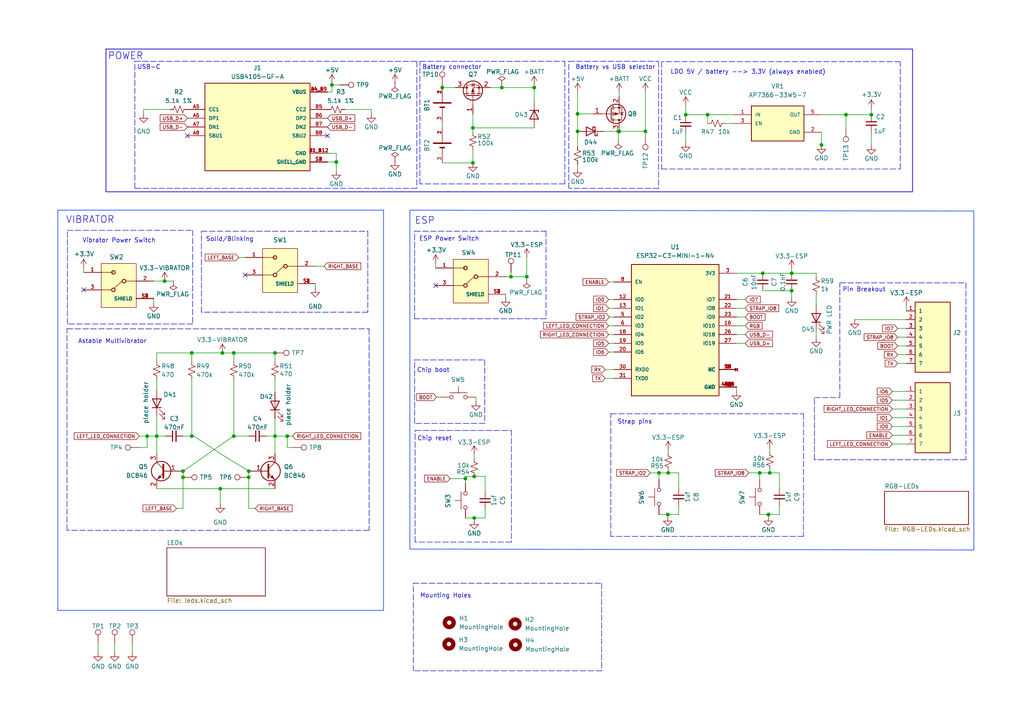
<source format=kicad_sch>
(kicad_sch (version 20211123) (generator eeschema)
  (paper "A4")
  (title_block (date "2022-11-20") (rev "1.0"))
  (junction (at 137.541 138.176))
  (junction (at 96.266 24.638))
  (junction (at 193.802 137.16))
  (junction (at 193.675 149.225))
  (junction (at 47.752 81.534))
  (junction (at 167.513 33.02))
  (junction (at 79.756 102.362))
  (junction (at 221.234 79.248))
  (junction (at 222.885 149.225))
  (junction (at 238.252 42.037))
  (junction (at 72.136 136.652))
  (junction (at 191.135 137.16))
  (junction (at 67.818 126.492))
  (junction (at 220.345 137.16))
  (junction (at 55.626 102.362))
  (junction (at 55.626 126.492))
  (junction (at 145.542 25.4))
  (junction (at 152.781 80.264))
  (junction (at 67.818 102.362))
  (junction (at 198.882 33.274))
  (junction (at 72.136 138.43))
  (junction (at 53.086 138.43))
  (junction (at 137.541 150.241))
  (junction (at 137.16 47.244))
  (junction (at 179.578 38.1))
  (junction (at 128.27 25.4))
  (junction (at 154.94 25.4))
  (junction (at 245.364 33.274))
  (junction (at 167.513 38.1))
  (junction (at 148.209 80.264))
  (junction (at 205.232 33.274))
  (junction (at 135.001 138.811))
  (junction (at 64.516 102.362))
  (junction (at 63.881 141.732))
  (junction (at 83.312 126.492))
  (junction (at 53.086 136.652))
  (junction (at 223.266 137.16))
  (junction (at 187.198 38.1))
  (junction (at 252.73 33.274))
  (junction (at 229.616 79.248))
  (junction (at 137.16 37.084))
  (junction (at 79.756 126.492))
  (junction (at 229.616 84.328))
  (junction (at 179.324 38.1))
  (junction (at 45.466 126.492))
  (junction (at 42.672 126.492))
  (junction (at 97.536 46.99))
  (no_connect (at 94.996 39.37))
  (no_connect (at 126.365 82.804))
  (no_connect (at 24.257 84.074))
  (no_connect (at 71.12 79.756))
  (no_connect (at 54.356 39.37))
  (polyline (pts (xy 191.008 17.78) (xy 191.008 54.61)))
  (polyline (pts (xy 282.448 61.214) (xy 282.448 159.512)) (stroke (width 0.2) (type solid) (color 35 76 255 1)))
  (wire (pts (xy 45.466 120.777) (xy 45.466 126.492)))
  (wire (pts (xy 222.885 149.225) (xy 222.885 149.86)))
  (wire (pts (xy 96.266 24.638) (xy 98.552 24.638)))
  (wire (pts (xy 91.44 77.216) (xy 93.98 77.216)))
  (polyline (pts (xy 107.061 153.797) (xy 19.431 153.797)))
  (polyline (pts (xy 164.973 54.61) (xy 164.973 17.78)))
  (wire (pts (xy 176.784 91.948) (xy 178.054 91.948)))
  (wire (pts (xy 126.365 76.454) (xy 126.365 77.724)))
  (polyline (pts (xy 164.973 17.78) (xy 191.008 17.78)))
  (wire (pts (xy 152.781 74.676) (xy 152.781 80.264)))
  (polyline (pts (xy 19.431 153.797) (xy 19.431 95.377)))
  (polyline (pts (xy 120.904 17.78) (xy 120.904 54.61)))
  (wire (pts (xy 179.324 38.1) (xy 179.578 38.1)))
  (wire (pts (xy 100.076 31.75) (xy 107.696 31.75)))
  (polyline (pts (xy 120.269 104.394) (xy 140.589 104.394)))
  (wire (pts (xy 175.133 38.1) (xy 179.324 38.1)))
  (wire (pts (xy 221.234 79.248) (xy 229.616 79.248)))
  (wire (pts (xy 154.94 25.4) (xy 145.542 25.4)))
  (wire (pts (xy 188.595 137.16) (xy 191.135 137.16)))
  (wire (pts (xy 220.345 137.16) (xy 223.266 137.16)))
  (wire (pts (xy 45.466 109.982) (xy 45.466 113.157)))
  (wire (pts (xy 146.685 85.344) (xy 146.685 86.36)))
  (wire (pts (xy 229.616 77.978) (xy 229.616 79.248)))
  (wire (pts (xy 45.466 104.902) (xy 45.466 102.362)))
  (wire (pts (xy 33.274 186.69) (xy 33.274 189.23)))
  (wire (pts (xy 91.44 82.296) (xy 91.44 83.566)))
  (wire (pts (xy 236.728 96.012) (xy 236.728 98.044)))
  (wire (pts (xy 40.386 126.492) (xy 42.672 126.492)))
  (wire (pts (xy 187.198 26.67) (xy 187.198 38.1)))
  (polyline (pts (xy 264.668 14.224) (xy 264.668 55.626)) (stroke (width 0.2) (type solid)))
  (wire (pts (xy 213.614 86.868) (xy 216.154 86.868)))
  (polyline (pts (xy 19.431 95.377) (xy 107.061 95.377)))
  (wire (pts (xy 135.001 138.176) (xy 137.541 138.176)))
  (polyline (pts (xy 19.558 66.802) (xy 55.88 66.802)))
  (wire (pts (xy 258.826 121.158) (xy 262.89 121.158)))
  (polyline (pts (xy 233.045 155.575) (xy 177.165 155.575)))
  (wire (pts (xy 45.466 141.732) (xy 63.881 141.732)))
  (wire (pts (xy 67.818 109.982) (xy 67.818 126.492)))
  (wire (pts (xy 140.716 150.241) (xy 137.541 150.241)))
  (wire (pts (xy 42.672 126.492) (xy 45.466 126.492)))
  (wire (pts (xy 126.619 115.189) (xy 127.889 115.189)))
  (wire (pts (xy 198.882 30.607) (xy 198.882 33.274)))
  (wire (pts (xy 83.312 126.492) (xy 84.836 126.492)))
  (wire (pts (xy 154.94 24.638) (xy 154.94 25.4)))
  (polyline (pts (xy 106.68 90.551) (xy 58.42 90.551)))
  (polyline (pts (xy 16.764 60.96) (xy 111.252 60.96)) (stroke (width 0.2) (type solid) (color 35 76 255 1)))
  (wire (pts (xy 226.06 146.685) (xy 226.06 149.225)))
  (wire (pts (xy 79.756 121.412) (xy 79.756 126.492)))
  (wire (pts (xy 67.818 126.492) (xy 72.136 126.492)))
  (wire (pts (xy 193.802 136.398) (xy 193.802 137.16)))
  (polyline (pts (xy 111.252 60.96) (xy 111.252 177.038)) (stroke (width 0.2) (type solid) (color 35 76 255 1)))
  (wire (pts (xy 94.996 46.99) (xy 97.536 46.99)))
  (wire (pts (xy 221.234 84.328) (xy 229.616 84.328)))
  (wire (pts (xy 41.656 31.75) (xy 41.656 33.02)))
  (polyline (pts (xy 174.498 169.164) (xy 174.498 194.564)))
  (polyline (pts (xy 148.336 124.841) (xy 148.336 157.226)))
  (wire (pts (xy 53.086 126.492) (xy 55.626 126.492)))
  (wire (pts (xy 53.086 147.447) (xy 53.086 138.43)))
  (polyline (pts (xy 177.165 120.015) (xy 233.045 120.015)))
  (wire (pts (xy 97.536 46.99) (xy 97.536 49.53)))
  (wire (pts (xy 38.354 186.69) (xy 38.354 189.23)))
  (wire (pts (xy 258.826 116.078) (xy 262.89 116.078)))
  (wire (pts (xy 67.818 102.362) (xy 67.818 104.902)))
  (polyline (pts (xy 261.112 17.907) (xy 191.897 17.907)))
  (wire (pts (xy 245.364 33.274) (xy 245.364 37.084)))
  (polyline (pts (xy 120.396 157.226) (xy 120.396 124.841)))
  (wire (pts (xy 142.24 25.4) (xy 145.542 25.4)))
  (wire (pts (xy 63.881 131.572) (xy 56.261 126.492)))
  (wire (pts (xy 196.85 137.16) (xy 193.802 137.16)))
  (wire (pts (xy 45.466 102.362) (xy 55.626 102.362)))
  (wire (pts (xy 97.536 44.45) (xy 97.536 46.99)))
  (polyline (pts (xy 30.734 14.224) (xy 264.668 14.224)) (stroke (width 0.2) (type solid)))
  (wire (pts (xy 53.086 136.652) (xy 61.341 130.937)))
  (wire (pts (xy 40.386 129.794) (xy 42.672 129.794)))
  (polyline (pts (xy 121.793 53.34) (xy 121.793 17.78)))
  (polyline (pts (xy 120.904 54.61) (xy 39.116 54.61)))
  (wire (pts (xy 179.578 26.67) (xy 179.578 27.94)))
  (wire (pts (xy 140.716 142.621) (xy 140.716 138.176)))
  (wire (pts (xy 176.53 99.568) (xy 178.054 99.568)))
  (wire (pts (xy 238.252 33.274) (xy 245.364 33.274)))
  (wire (pts (xy 94.996 26.67) (xy 96.266 26.67)))
  (wire (pts (xy 55.626 102.362) (xy 64.516 102.362)))
  (wire (pts (xy 152.781 80.264) (xy 152.781 81.026)))
  (wire (pts (xy 217.17 137.16) (xy 220.345 137.16)))
  (wire (pts (xy 179.578 38.1) (xy 187.198 38.1)))
  (wire (pts (xy 67.818 102.362) (xy 79.756 102.362)))
  (polyline (pts (xy 243.586 82.042) (xy 280.162 82.042)))
  (wire (pts (xy 55.626 126.492) (xy 56.261 126.492)))
  (wire (pts (xy 146.685 80.264) (xy 148.209 80.264)))
  (wire (pts (xy 74.041 147.447) (xy 72.136 147.447)))
  (wire (pts (xy 128.27 24.892) (xy 128.27 25.4)))
  (wire (pts (xy 67.691 126.492) (xy 67.818 126.492)))
  (wire (pts (xy 260.35 105.41) (xy 262.89 105.41)))
  (wire (pts (xy 148.209 78.994) (xy 148.209 80.264)))
  (polyline (pts (xy 148.336 157.226) (xy 120.396 157.226)))
  (wire (pts (xy 72.136 147.447) (xy 72.136 138.43)))
  (wire (pts (xy 213.614 112.268) (xy 213.614 113.538)))
  (wire (pts (xy 258.826 123.698) (xy 262.89 123.698)))
  (wire (pts (xy 28.448 186.69) (xy 28.448 189.23)))
  (wire (pts (xy 213.614 89.408) (xy 216.154 89.408)))
  (wire (pts (xy 191.135 137.16) (xy 191.135 139.065)))
  (polyline (pts (xy 233.045 120.015) (xy 233.045 155.575)))
  (polyline (pts (xy 243.586 115.316) (xy 243.586 82.042)))
  (polyline (pts (xy 120.269 122.809) (xy 120.269 104.394)))
  (wire (pts (xy 179.324 38.1) (xy 179.324 40.64)))
  (wire (pts (xy 229.616 84.328) (xy 229.616 86.36)))
  (wire (pts (xy 77.216 126.492) (xy 79.756 126.492)))
  (wire (pts (xy 53.086 138.43) (xy 53.086 136.652)))
  (wire (pts (xy 260.35 95.25) (xy 262.89 95.25)))
  (polyline (pts (xy 261.112 49.022) (xy 261.112 17.907)))
  (wire (pts (xy 226.06 149.225) (xy 222.885 149.225)))
  (polyline (pts (xy 236.22 115.316) (xy 243.586 115.316)))
  (wire (pts (xy 137.16 43.434) (xy 137.16 47.244)))
  (wire (pts (xy 213.614 79.248) (xy 221.234 79.248)))
  (wire (pts (xy 107.696 31.75) (xy 107.696 33.02)))
  (wire (pts (xy 24.257 77.724) (xy 24.257 78.994)))
  (polyline (pts (xy 118.872 159.258) (xy 118.872 60.96)) (stroke (width 0.2) (type solid) (color 35 76 255 1)))
  (wire (pts (xy 96.266 24.638) (xy 96.266 26.67)))
  (polyline (pts (xy 39.116 17.78) (xy 120.904 17.78)))
  (polyline (pts (xy 119.888 194.564) (xy 119.888 169.164)))
  (wire (pts (xy 83.312 129.794) (xy 83.312 126.492)))
  (wire (pts (xy 137.541 150.241) (xy 137.541 150.876)))
  (wire (pts (xy 148.209 80.264) (xy 152.781 80.264)))
  (wire (pts (xy 213.614 91.948) (xy 216.154 91.948)))
  (wire (pts (xy 262.89 88.646) (xy 262.89 90.17)))
  (polyline (pts (xy 55.88 66.802) (xy 55.88 93.98)))
  (polyline (pts (xy 280.162 82.042) (xy 280.162 133.35)))
  (polyline (pts (xy 140.589 122.809) (xy 120.269 122.809)))
  (wire (pts (xy 247.904 92.71) (xy 262.89 92.71)))
  (wire (pts (xy 84.836 129.794) (xy 83.312 129.794)))
  (polyline (pts (xy 55.88 93.98) (xy 19.558 93.98)))
  (wire (pts (xy 145.542 25.4) (xy 145.542 24.638)))
  (polyline (pts (xy 174.498 194.564) (xy 119.888 194.564)))
  (wire (pts (xy 175.514 107.188) (xy 178.054 107.188)))
  (wire (pts (xy 176.53 102.108) (xy 178.054 102.108)))
  (wire (pts (xy 223.266 137.16) (xy 226.06 137.16)))
  (wire (pts (xy 175.514 109.728) (xy 178.054 109.728)))
  (wire (pts (xy 205.232 33.274) (xy 205.232 35.814)))
  (wire (pts (xy 252.73 38.354) (xy 252.73 42.164)))
  (polyline (pts (xy 158.369 92.456) (xy 120.269 92.456)))
  (wire (pts (xy 187.198 38.1) (xy 187.198 39.37)))
  (wire (pts (xy 167.513 26.67) (xy 167.513 33.02)))
  (wire (pts (xy 176.53 89.408) (xy 178.054 89.408)))
  (wire (pts (xy 135.001 140.081) (xy 135.001 138.811)))
  (polyline (pts (xy 191.897 17.907) (xy 191.897 49.022)))
  (wire (pts (xy 79.756 102.362) (xy 79.756 104.902)))
  (polyline (pts (xy 191.008 54.61) (xy 164.973 54.61)))
  (polyline (pts (xy 177.165 155.575) (xy 177.165 120.015)))
  (polyline (pts (xy 111.252 177.038) (xy 16.764 177.038)) (stroke (width 0.2) (type solid) (color 35 76 255 1)))
  (wire (pts (xy 128.27 25.4) (xy 132.08 25.4)))
  (polyline (pts (xy 39.116 54.61) (xy 39.116 17.78)))
  (wire (pts (xy 42.672 129.794) (xy 42.672 126.492)))
  (wire (pts (xy 193.675 149.225) (xy 193.675 149.86)))
  (wire (pts (xy 198.882 38.608) (xy 198.882 41.402)))
  (polyline (pts (xy 118.872 60.96) (xy 282.448 61.214)) (stroke (width 0.2) (type solid) (color 35 76 255 1)))
  (polyline (pts (xy 120.396 124.841) (xy 148.336 124.841)))
  (wire (pts (xy 252.73 31.496) (xy 252.73 33.274)))
  (polyline (pts (xy 58.42 90.551) (xy 58.42 67.056)))
  (wire (pts (xy 135.001 150.241) (xy 137.541 150.241)))
  (wire (pts (xy 238.252 38.354) (xy 238.252 42.037)))
  (wire (pts (xy 258.826 118.618) (xy 262.89 118.618)))
  (polyline (pts (xy 191.897 49.022) (xy 261.112 49.022)))
  (wire (pts (xy 128.27 47.244) (xy 137.16 47.244)))
  (polyline (pts (xy 280.162 133.35) (xy 236.22 133.35)))
  (wire (pts (xy 69.215 74.676) (xy 71.12 74.676)))
  (wire (pts (xy 213.614 97.028) (xy 216.154 97.028)))
  (wire (pts (xy 260.35 102.87) (xy 262.89 102.87)))
  (wire (pts (xy 94.996 44.45) (xy 97.536 44.45)))
  (polyline (pts (xy 30.734 55.626) (xy 264.668 55.626)) (stroke (width 0.2) (type solid)))
  (wire (pts (xy 135.001 138.811) (xy 135.001 138.176)))
  (wire (pts (xy 198.882 33.274) (xy 198.882 33.528)))
  (wire (pts (xy 154.94 25.4) (xy 154.94 29.464)))
  (wire (pts (xy 79.756 126.492) (xy 79.756 131.572)))
  (wire (pts (xy 79.756 126.492) (xy 83.312 126.492)))
  (wire (pts (xy 212.852 33.274) (xy 205.232 33.274)))
  (wire (pts (xy 137.541 131.826) (xy 137.541 133.096)))
  (wire (pts (xy 55.626 102.362) (xy 55.626 104.902)))
  (wire (pts (xy 236.728 79.248) (xy 229.616 79.248)))
  (wire (pts (xy 140.716 147.701) (xy 140.716 150.241)))
  (polyline (pts (xy 120.269 67.056) (xy 158.369 67.056)))
  (wire (pts (xy 260.35 100.33) (xy 262.89 100.33)))
  (polyline (pts (xy 30.734 55.626) (xy 30.734 14.224)) (stroke (width 0.2) (type solid)))
  (wire (pts (xy 72.136 138.43) (xy 72.136 136.652)))
  (wire (pts (xy 63.881 141.732) (xy 79.756 141.732)))
  (wire (pts (xy 79.756 109.982) (xy 79.756 113.792)))
  (wire (pts (xy 63.881 141.732) (xy 63.881 146.177)))
  (wire (pts (xy 61.341 130.937) (xy 67.691 126.492)))
  (wire (pts (xy 47.752 81.534) (xy 50.292 81.534)))
  (wire (pts (xy 236.728 85.344) (xy 236.728 88.392)))
  (wire (pts (xy 137.16 37.084) (xy 154.94 37.084)))
  (wire (pts (xy 128.27 35.56) (xy 128.27 37.084)))
  (wire (pts (xy 45.466 126.492) (xy 45.466 131.572)))
  (wire (pts (xy 220.345 149.225) (xy 222.885 149.225)))
  (wire (pts (xy 64.516 102.362) (xy 67.818 102.362)))
  (wire (pts (xy 196.85 146.685) (xy 196.85 149.225)))
  (wire (pts (xy 196.85 149.225) (xy 193.675 149.225)))
  (wire (pts (xy 213.614 94.488) (xy 216.154 94.488)))
  (wire (pts (xy 130.556 138.811) (xy 135.001 138.811)))
  (wire (pts (xy 176.53 94.488) (xy 178.054 94.488)))
  (polyline (pts (xy 140.589 104.394) (xy 140.589 122.809)))
  (polyline (pts (xy 107.061 95.377) (xy 107.061 153.797)))
  (wire (pts (xy 176.53 86.868) (xy 178.054 86.868)))
  (wire (pts (xy 260.35 97.79) (xy 262.89 97.79)))
  (wire (pts (xy 210.312 35.814) (xy 212.852 35.814)))
  (wire (pts (xy 176.53 81.788) (xy 178.054 81.788)))
  (wire (pts (xy 44.577 81.534) (xy 47.752 81.534)))
  (polyline (pts (xy 282.448 159.512) (xy 118.872 159.258)) (stroke (width 0.2) (type solid) (color 35 76 255 1)))
  (wire (pts (xy 223.266 136.144) (xy 223.266 137.16)))
  (wire (pts (xy 258.826 113.538) (xy 262.89 113.538)))
  (wire (pts (xy 191.135 137.16) (xy 193.802 137.16)))
  (wire (pts (xy 213.614 99.568) (xy 216.154 99.568)))
  (wire (pts (xy 167.513 33.02) (xy 171.958 33.02)))
  (wire (pts (xy 138.049 115.189) (xy 138.049 116.459)))
  (wire (pts (xy 245.364 33.274) (xy 252.73 33.274)))
  (wire (pts (xy 167.513 38.1) (xy 167.513 42.545)))
  (wire (pts (xy 44.577 86.614) (xy 44.577 87.884)))
  (wire (pts (xy 238.252 42.037) (xy 238.252 42.164)))
  (wire (pts (xy 167.513 47.625) (xy 167.513 48.895)))
  (wire (pts (xy 236.728 80.264) (xy 236.728 79.248)))
  (wire (pts (xy 223.266 130.048) (xy 223.266 131.064)))
  (wire (pts (xy 140.716 138.176) (xy 137.541 138.176)))
  (wire (pts (xy 193.802 130.556) (xy 193.802 131.318)))
  (wire (pts (xy 258.826 128.778) (xy 262.89 128.778)))
  (wire (pts (xy 72.136 136.652) (xy 63.881 131.572)))
  (wire (pts (xy 45.466 126.492) (xy 48.006 126.492)))
  (polyline (pts (xy 16.764 177.038) (xy 16.764 60.96)) (stroke (width 0.2) (type solid) (color 35 76 255 1)))
  (wire (pts (xy 96.266 24.13) (xy 96.266 24.638)))
  (wire (pts (xy 51.181 147.447) (xy 53.086 147.447)))
  (wire (pts (xy 137.16 37.084) (xy 137.16 38.354)))
  (polyline (pts (xy 236.22 133.35) (xy 236.22 115.316)))
  (polyline (pts (xy 120.269 92.456) (xy 120.269 67.056)))
  (wire (pts (xy 49.276 31.75) (xy 41.656 31.75)))
  (wire (pts (xy 55.626 109.982) (xy 55.626 126.492)))
  (wire (pts (xy 137.16 33.02) (xy 137.16 37.084)))
  (wire (pts (xy 258.826 126.238) (xy 262.89 126.238)))
  (wire (pts (xy 196.85 141.605) (xy 196.85 137.16)))
  (polyline (pts (xy 163.83 53.34) (xy 121.793 53.34)))
  (wire (pts (xy 198.882 33.274) (xy 205.232 33.274)))
  (polyline (pts (xy 163.83 17.78) (xy 163.83 53.34)))
  (wire (pts (xy 176.53 97.028) (xy 178.054 97.028)))
  (polyline (pts (xy 121.793 17.78) (xy 163.83 17.78)))
  (wire (pts (xy 191.135 149.225) (xy 193.675 149.225)))
  (polyline (pts (xy 19.558 93.98) (xy 19.558 66.802)))
  (wire (pts (xy 220.345 137.16) (xy 220.345 139.065)))
  (polyline (pts (xy 58.42 67.056) (xy 106.68 67.056)))
  (polyline (pts (xy 106.68 67.056) (xy 106.68 90.551)))
  (wire (pts (xy 226.06 141.605) (xy 226.06 137.16)))
  (polyline (pts (xy 158.369 67.056) (xy 158.369 92.456)))
  (polyline (pts (xy 119.888 169.164) (xy 174.498 169.164)))
  (wire (pts (xy 167.513 33.02) (xy 167.513 38.1)))
  (text "Solid/Blinking" (at 59.69 70.231 0) (effects (font (size 1.27 1.27)) (justify left bottom)))
  (text "Mounting Holes" (at 121.793 173.609 0) (effects (font (size 1.27 1.27)) (justify left bottom)))
  (text "Chip reset" (at 121.031 128.016 0) (effects (font (size 1.27 1.27)) (justify left bottom)))
  (text "LDO 5V / battery --> 3.3V (always enabled)" (at 194.437 21.717 0) (effects (font (size 1.27 1.27)) (justify left bottom)))
  (text "Pin Breakout" (at 244.348 84.836 0) (effects (font (size 1.27 1.27)) (justify left bottom)))
  (text "Chip boot" (at 120.904 108.204 0) (effects (font (size 1.27 1.27)) (justify left bottom)))
  (text "USB-C" (at 39.751 20.32 0) (effects (font (size 1.27 1.27)) (justify left bottom)))
  (text "ESP Power Switch" (at 121.539 70.104 0) (effects (font (size 1.27 1.27)) (justify left bottom)))
  (text "Astable Multivibrator" (at 22.606 99.822 0) (effects (font (size 1.27 1.27)) (justify left bottom)))
  (text "VIBRATOR" (at 19.05 65.024 0) (effects (font (size 2 2)) (justify left bottom)))
  (text "Strap pins" (at 179.07 123.19 0) (effects (font (size 1.27 1.27)) (justify left bottom)))
  (text "Vibrator Power Switch" (at 23.876 70.612 0) (effects (font (size 1.27 1.27)) (justify left bottom)))
  (text "POWER" (at 31.242 17.526 0) (effects (font (size 2 2)) (justify left bottom)))
  (text "Battery vs USB selector" (at 166.878 20.32 0) (effects (font (size 1.27 1.27)) (justify left bottom)))
  (text "Battery connector" (at 122.428 20.32 0) (effects (font (size 1.27 1.27)) (justify left bottom)))
  (text "ESP" (at 120.269 65.278 0) (effects (font (size 2 2)) (justify left bottom)))
  (global_label "BOOT" (shape input) (at 216.154 91.948 0) (effects (font (size 1 1))) (property "Intersheet References" "${INTERSHEET_REFS}" (effects hide)))
  (global_label "USB_D-" (shape input) (at 94.996 36.83 0) (effects (font (size 1 1))) (property "Intersheet References" "${INTERSHEET_REFS}" (effects hide)))
  (global_label "RX" (shape input) (at 175.514 107.188 180) (effects (font (size 1 1))) (property "Intersheet References" "${INTERSHEET_REFS}" (effects hide)))
  (global_label "RX" (shape input) (at 260.35 102.87 180) (effects (font (size 1 1))) (property "Intersheet References" "${INTERSHEET_REFS}" (effects hide)))
  (global_label "USB_D+" (shape input) (at 94.996 34.29 0) (effects (font (size 1 1))) (property "Intersheet References" "${INTERSHEET_REFS}" (effects hide)))
  (global_label "BOOT" (shape input) (at 126.619 115.189 180) (effects (font (size 1 1))) (property "Intersheet References" "${INTERSHEET_REFS}" (effects hide)))
  (global_label "IO5" (shape input) (at 176.53 99.568 180) (effects (font (size 1 1))) (property "Intersheet References" "${INTERSHEET_REFS}" (effects hide)))
  (global_label "TX" (shape input) (at 260.35 105.41 180) (effects (font (size 1 1))) (property "Intersheet References" "${INTERSHEET_REFS}" (effects hide)))
  (global_label "STRAP_IO8" (shape input) (at 216.154 89.408 0) (effects (font (size 1 1))) (property "Intersheet References" "${INTERSHEET_REFS}" (effects hide)))
  (global_label "RIGHT_BASE" (shape input) (at 74.041 147.447 0) (effects (font (size 1 1))) (property "Intersheet References" "${INTERSHEET_REFS}" (effects hide)))
  (global_label "ENABLE" (shape input) (at 176.53 81.788 180) (effects (font (size 1 1))) (property "Intersheet References" "${INTERSHEET_REFS}" (effects hide)))
  (global_label "RIGHT_LED_CONNECTION" (shape input) (at 84.836 126.492 0) (effects (font (size 1 1))) (property "Intersheet References" "${INTERSHEET_REFS}" (effects hide)))
  (global_label "LEFT_LED_CONNECTION" (shape input) (at 176.53 94.488 180) (effects (font (size 1 1))) (property "Intersheet References" "${INTERSHEET_REFS}" (effects hide)))
  (global_label "IO6" (shape input) (at 258.826 113.538 180) (effects (font (size 1 1))) (property "Intersheet References" "${INTERSHEET_REFS}" (effects hide)))
  (global_label "LEFT_BASE" (shape input) (at 51.181 147.447 180) (effects (font (size 1 1))) (property "Intersheet References" "${INTERSHEET_REFS}" (effects hide)))
  (global_label "USB_D-" (shape input) (at 54.356 36.83 180) (effects (font (size 1 1))) (property "Intersheet References" "${INTERSHEET_REFS}" (effects hide)))
  (global_label "LEFT_BASE" (shape input) (at 69.215 74.676 180) (effects (font (size 1 1))) (property "Intersheet References" "${INTERSHEET_REFS}" (effects hide)))
  (global_label "STRAP_IO8" (shape input) (at 217.17 137.16 180) (effects (font (size 1 1))) (property "Intersheet References" "${INTERSHEET_REFS}" (effects hide)))
  (global_label "RIGHT_LED_CONNECTION" (shape input) (at 176.53 97.028 180) (effects (font (size 1 1))) (property "Intersheet References" "${INTERSHEET_REFS}" (effects hide)))
  (global_label "IO6" (shape input) (at 176.53 102.108 180) (effects (font (size 1 1))) (property "Intersheet References" "${INTERSHEET_REFS}" (effects hide)))
  (global_label "IO5" (shape input) (at 258.826 116.078 180) (effects (font (size 1 1))) (property "Intersheet References" "${INTERSHEET_REFS}" (effects hide)))
  (global_label "RIGHT_BASE" (shape input) (at 93.98 77.216 0) (effects (font (size 1 1))) (property "Intersheet References" "${INTERSHEET_REFS}" (effects hide)))
  (global_label "IO1" (shape input) (at 258.826 121.158 180) (effects (font (size 1 1))) (property "Intersheet References" "${INTERSHEET_REFS}" (effects hide)))
  (global_label "RIGHT_LED_CONNECTION" (shape input) (at 258.826 118.618 180) (effects (font (size 1 1))) (property "Intersheet References" "${INTERSHEET_REFS}" (effects hide)))
  (global_label "USB_D+" (shape input) (at 216.154 99.568 0) (effects (font (size 1 1))) (property "Intersheet References" "${INTERSHEET_REFS}" (effects hide)))
  (global_label "RGB" (shape input) (at 216.154 94.488 0) (effects (font (size 1 1))) (property "Intersheet References" "${INTERSHEET_REFS}" (effects hide)))
  (global_label "LEFT_LED_CONNECTION" (shape input) (at 258.826 128.778 180) (effects (font (size 1 1))) (property "Intersheet References" "${INTERSHEET_REFS}" (effects hide)))
  (global_label "IO0" (shape input) (at 176.53 86.868 180) (effects (font (size 1 1))) (property "Intersheet References" "${INTERSHEET_REFS}" (effects hide)))
  (global_label "STRAP_IO2" (shape input) (at 188.595 137.16 180) (effects (font (size 1 1))) (property "Intersheet References" "${INTERSHEET_REFS}" (effects hide)))
  (global_label "STRAP_IO8" (shape input) (at 260.35 97.79 180) (effects (font (size 1 1))) (property "Intersheet References" "${INTERSHEET_REFS}" (effects hide)))
  (global_label "TX" (shape input) (at 175.514 109.728 180) (effects (font (size 1 1))) (property "Intersheet References" "${INTERSHEET_REFS}" (effects hide)))
  (global_label "USB_D-" (shape input) (at 216.154 97.028 0) (effects (font (size 1 1))) (property "Intersheet References" "${INTERSHEET_REFS}" (effects hide)))
  (global_label "ENABLE" (shape input) (at 130.556 138.811 180) (effects (font (size 1 1))) (property "Intersheet References" "${INTERSHEET_REFS}" (effects hide)))
  (global_label "LEFT_LED_CONNECTION" (shape input) (at 40.386 126.492 180) (effects (font (size 1 1))) (property "Intersheet References" "${INTERSHEET_REFS}" (effects hide)))
  (global_label "IO7" (shape input) (at 216.154 86.868 0) (effects (font (size 1 1))) (property "Intersheet References" "${INTERSHEET_REFS}" (effects hide)))
  (global_label "IO0" (shape input) (at 258.826 123.698 180) (effects (font (size 1 1))) (property "Intersheet References" "${INTERSHEET_REFS}" (effects hide)))
  (global_label "ENABLE" (shape input) (at 258.826 126.238 180) (effects (font (size 1 1))) (property "Intersheet References" "${INTERSHEET_REFS}" (effects hide)))
  (global_label "STRAP_IO2" (shape input) (at 176.784 91.948 180) (effects (font (size 1 1))) (property "Intersheet References" "${INTERSHEET_REFS}" (effects hide)))
  (global_label "BOOT" (shape input) (at 260.35 100.33 180) (effects (font (size 1 1))) (property "Intersheet References" "${INTERSHEET_REFS}" (effects hide)))
  (global_label "IO7" (shape input) (at 260.35 95.25 180) (effects (font (size 1 1))) (property "Intersheet References" "${INTERSHEET_REFS}" (effects hide)))
  (global_label "USB_D+" (shape input) (at 54.356 34.29 180) (effects (font (size 1 1))) (property "Intersheet References" "${INTERSHEET_REFS}" (effects hide)))
  (global_label "IO1" (shape input) (at 176.53 89.408 180) (effects (font (size 1 1))) (property "Intersheet References" "${INTERSHEET_REFS}" (effects hide)))
  (symbol (lib_id "Device:C_Small") (at 196.85 144.145 0) (unit 1)
    (property "Reference" "C8" (at 201.93 144.145 90))
    (property "Value" "1uf" (at 199.39 144.145 90))
    (property "Footprint" "Capacitor_SMD:C_0603_1608Metric_Pad1.08x0.95mm_HandSolder" (effects hide))
  )
  (symbol (lib_id "power:VCC") (at 198.882 30.607 0) (unit 1)
    (property "Reference" "#PWR013" (effects hide))
    (property "Value" "VCC" (at 198.882 26.797 0))
  )
  (symbol (lib_id "Connector:TestPoint") (at 84.836 129.794 270) (unit 1)
    (property "Reference" "TP8" (at 89.662 129.794 90) (effects (justify left)))
    (property "Value" "TestPoint" (effects hide))
    (property "Footprint" "TestPoint:TestPoint_Pad_D1.0mm" (effects hide))
  )
  (symbol (lib_id "Transistor_BJT:BC846") (at 48.006 136.652 0) (mirror y) (unit 1)
    (property "Reference" "Q5" (at 42.926 135.3819 0) (effects (justify left)))
    (property "Value" "BC846" (at 42.926 137.9219 0) (effects (justify left)))
    (property "Footprint" "Package_TO_SOT_SMD:SOT-23" (effects hide))
    (property "Datasheet" "https://assets.nexperia.com/documents/data-sheet/BC846_SER.pdf" (effects hide))
  )
  (symbol (lib_id "826629-7:826629-7") (at 270.51 97.79 0) (unit 1)
    (property "Reference" "J2" (at 276.352 96.5199 0) (effects (justify left)))
    (property "Value" "826629-7" (effects hide))
    (property "Footprint" "HEADER-7-PIN:TE_826629-7" (effects hide))
    (property "Comment" "826629-7" (effects hide))
  )
  (symbol (lib_id "power:GND") (at 213.614 113.538 0) (unit 1)
    (property "Reference" "#PWR032" (effects hide))
    (property "Value" "GND" (at 213.614 117.348 0))
  )
  (symbol (lib_id "USB4105-GF-A:USB4105-GF-A") (at 74.676 36.83 0) (unit 1)
    (property "Reference" "J1" (at 74.676 19.685 0))
    (property "Value" "USB4105-GF-A" (at 74.676 22.225 0))
    (property "Footprint" "USBC-USB4105-GF-A:GCT_USB4105-GF-A" (effects hide))
    (property "MANUFACTURER" "GCT" (effects hide))
    (property "PARTREV" "A3" (effects hide))
    (property "MAXIMUM_PACKAGE_HEIGHT" "3.31 mm" (effects hide))
    (property "STANDARD" "Manufacturer Recommendations" (effects hide))
  )
  (symbol (lib_id "power:PWR_FLAG") (at 114.554 46.736 0) (unit 1)
    (property "Reference" "#FLG0107" (effects hide))
    (property "Value" "PWR_FLAG" (at 114.554 42.926 0))
  )
  (symbol (lib_id "power:GND") (at 138.049 116.459 0) (unit 1)
    (property "Reference" "#PWR0108" (effects hide))
    (property "Value" "GND" (at 138.049 120.269 0))
  )
  (symbol (lib_id "Device:R_Small_US") (at 207.772 35.814 90) (unit 1)
    (property "Reference" "R47" (at 205.232 38.227 90))
    (property "Value" "10k" (at 210.058 38.227 90))
    (property "Footprint" "Resistor_SMD:R_0603_1608Metric_Pad0.98x0.95mm_HandSolder" (effects hide))
  )
  (symbol (lib_id "ESP32-C3-MINI-1-N4:ESP32-C3-MINI-1-N4") (at 195.834 94.488 0) (unit 1)
    (property "Reference" "U1" (at 195.834 71.628 0))
    (property "Value" "ESP32-C3-MINI-1-N4" (at 195.834 74.168 0))
    (property "Footprint" "ESP32-C3-MINI:XCVR_ESP32-C3-MINI-1-N4" (effects hide))
    (property "MAXIMUM_PACKAGE_HEIGHT" "2.55mm" (effects hide))
    (property "MANUFACTURER" "Espressif Systems" (effects hide))
    (property "STANDARD" "Manufacturer Recommendations" (effects hide))
    (property "PARTREV" "v1.0" (effects hide))
  )
  (symbol (lib_name "VDC_1") (lib_id "power:VDC") (at 193.802 130.556 0) (unit 1)
    (property "Reference" "#PWR0109" (effects hide))
    (property "Value" "V3.3-ESP" (at 193.802 126.873 0))
  )
  (symbol (lib_id "power:GND") (at 44.577 87.884 0) (unit 1)
    (property "Reference" "#PWR01" (effects hide))
    (property "Value" "GND" (at 44.577 91.694 0))
  )
  (symbol (lib_id "power:PWR_FLAG") (at 152.781 81.026 180) (unit 1)
    (property "Reference" "#FLG0105" (effects hide))
    (property "Value" "PWR_FLAG" (at 157.353 84.836 0) (effects (justify left)))
  )
  (symbol (lib_id "power:VCC") (at 187.198 26.67 0) (unit 1)
    (property "Reference" "#PWR027" (effects hide))
    (property "Value" "VCC" (at 187.198 22.86 0))
  )
  (symbol (lib_id "Device:R_Small_US") (at 167.513 45.085 0) (unit 1)
    (property "Reference" "R53" (at 168.783 44.45 0) (effects (justify left)))
    (property "Value" "100k" (at 168.783 46.355 0) (effects (justify left)))
    (property "Footprint" "Resistor_SMD:R_0603_1608Metric_Pad0.98x0.95mm_HandSolder" (effects hide))
  )
  (symbol (lib_id "Device:Q_PMOS_GSD") (at 177.038 33.02 0) (mirror x) (unit 1)
    (property "Reference" "Q8" (at 183.388 33.02 0))
    (property "Value" "SSM3J56MFV" (effects hide))
    (property "Footprint" "Package_TO_SOT_SMD:SOT-723" (effects hide))
  )
  (symbol (lib_id "Device:C_Small") (at 198.882 36.068 0) (unit 1)
    (property "Reference" "C1" (at 195.199 34.163 0) (effects (justify left)))
    (property "Value" "1uF" (at 194.691 38.1 0) (effects (justify left)))
    (property "Footprint" "Capacitor_SMD:C_0603_1608Metric_Pad1.08x0.95mm_HandSolder" (effects hide))
  )
  (symbol (lib_id "Mechanical:MountingHole") (at 149.5044 187.0202 0) (unit 1)
    (property "Reference" "H4" (at 152.2984 185.7501 0) (effects (justify left)))
    (property "Value" "MountingHole" (at 152.2984 188.2901 0) (effects (justify left)))
    (property "Footprint" "MountingHole:MountingHole_6mm" (effects hide))
  )
  (symbol (lib_id "Mechanical:MountingHole") (at 149.4028 180.975 0) (unit 1)
    (property "Reference" "H2" (at 152.1968 179.7049 0) (effects (justify left)))
    (property "Value" "MountingHole" (at 152.1968 182.2449 0) (effects (justify left)))
    (property "Footprint" "MountingHole:MountingHole_6mm" (effects hide))
  )
  (symbol (lib_id "power:GND") (at 167.513 48.895 0) (unit 1)
    (property "Reference" "#PWR025" (effects hide))
    (property "Value" "GND" (at 167.513 52.705 0))
  )
  (symbol (lib_id "BK-912-TR:BK-912-TR") (at 128.27 30.48 90) (unit 1)
    (property "Reference" "BT1" (at 123.825 30.48 0))
    (property "Value" "BK-912-TR" (effects hide))
    (property "Footprint" "BK-912-TR-batt-holder:MPD_BK-912-TR" (effects hide))
    (property "STANDARD" "Manufacturer Recommendations" (effects hide))
    (property "MANUFACTURER" "MPD" (effects hide))
    (property "PARTREV" "H" (effects hide))
  )
  (symbol (lib_id "Device:C_Small") (at 74.676 126.492 90) (unit 1)
    (property "Reference" "C4" (at 74.676 121.412 90))
    (property "Value" "470nF" (at 74.676 123.952 90))
    (property "Footprint" "Capacitor_SMD:C_0603_1608Metric_Pad1.08x0.95mm_HandSolder" (effects hide))
  )
  (symbol (lib_id "Device:LED") (at 236.728 92.202 90) (unit 1)
    (property "Reference" "D45" (at 232.41 95.504 90) (effects (justify right)))
    (property "Value" "PWR LED" (at 240.538 88.392 0) (effects (justify right)))
    (property "Footprint" "LED_SMD:LED_0603_1608Metric_Pad1.05x0.95mm_HandSolder" (effects hide))
  )
  (symbol (lib_id "Connector:TestPoint") (at 148.209 78.994 0) (unit 1)
    (property "Reference" "TP11" (at 146.431 73.914 0) (effects (justify left)))
    (property "Value" "TestPoint" (effects hide))
    (property "Footprint" "TestPoint:TestPoint_Pad_D1.0mm" (effects hide))
  )
  (symbol (lib_id "power:+3.3V") (at 126.365 76.454 0) (unit 1)
    (property "Reference" "#PWR0114" (effects hide))
    (property "Value" "+3.3V" (at 126.492 72.517 0))
  )
  (symbol (lib_id "power:GND") (at 91.44 83.566 0) (unit 1)
    (property "Reference" "#PWR016" (effects hide))
    (property "Value" "GND" (at 91.44 88.9 0))
  )
  (symbol (lib_id "Device:R_Small_US") (at 51.816 31.75 90) (unit 1)
    (property "Reference" "R2" (at 51.816 26.67 90))
    (property "Value" "5.1k 1%" (at 51.816 29.21 90))
    (property "Footprint" "Resistor_SMD:R_0603_1608Metric_Pad0.98x0.95mm_HandSolder" (effects hide))
  )
  (symbol (lib_id "power:PWR_FLAG") (at 50.292 81.534 180) (unit 1)
    (property "Reference" "#FLG0106" (effects hide))
    (property "Value" "PWR_FLAG" (at 54.864 85.344 0) (effects (justify left)))
  )
  (symbol (lib_id "power:GND") (at 38.354 189.23 0) (unit 1)
    (property "Reference" "#PWR026" (effects hide))
    (property "Value" "GND" (at 38.354 193.294 0))
  )
  (symbol (lib_id "Switch:SW_MEC_5G") (at 135.001 145.161 90) (unit 1)
    (property "Reference" "SW3" (at 129.921 143.256 0) (effects (justify right)))
    (property "Value" "SW_MEC_5G" (effects hide))
    (property "Footprint" "TL3301AF260QG-button:TL3301AF260QG" (effects hide))
    (property "Datasheet" "http://www.apem.com/int/index.php?controller=attachment&id_attachment=488" (effects hide))
  )
  (symbol (lib_id "power:+3.3V") (at 24.257 77.724 0) (unit 1)
    (property "Reference" "#PWR0111" (effects hide))
    (property "Value" "+3.3V" (at 24.384 73.66 0))
  )
  (symbol (lib_id "power:GND") (at 63.881 146.177 0) (unit 1)
    (property "Reference" "#PWR020" (effects hide))
    (property "Value" "GND" (at 63.881 151.511 0))
  )
  (symbol (lib_id "PCM12SMTR:PCM12SMTR") (at 34.417 81.534 0) (unit 1)
    (property "Reference" "SW2" (at 33.782 74.549 0))
    (property "Value" "PCM12SMTR" (effects hide))
    (property "Footprint" "PCM12SMTR:SW_PCM12SMTR" (effects hide))
    (property "MANUFACTURER" "C&K" (effects hide))
    (property "STANDARD" "Manufacturer Recommendation" (effects hide))
  )
  (symbol (lib_id "power:PWR_FLAG") (at 114.554 24.13 180) (unit 1)
    (property "Reference" "#FLG0101" (effects hide))
    (property "Value" "PWR_FLAG" (at 114.554 27.94 0))
  )
  (symbol (lib_id "Device:R_Small_US") (at 79.756 107.442 0) (unit 1)
    (property "Reference" "R51" (at 81.026 106.172 0) (effects (justify left)))
    (property "Value" "470" (at 81.026 108.458 0) (effects (justify left)))
    (property "Footprint" "Resistor_SMD:R_0603_1608Metric_Pad0.98x0.95mm_HandSolder" (effects hide))
  )
  (symbol (lib_id "Mechanical:MountingHole") (at 130.302 180.594 0) (unit 1)
    (property "Reference" "H1" (at 133.096 179.3239 0) (effects (justify left)))
    (property "Value" "MountingHole" (at 133.096 181.8639 0) (effects (justify left)))
    (property "Footprint" "MountingHole:MountingHole_6mm" (effects hide))
  )
  (symbol (lib_id "PCM12SMTR:PCM12SMTR") (at 81.28 77.216 0) (unit 1)
    (property "Reference" "SW1" (at 81.28 69.596 0))
    (property "Value" "PCM12SMTR" (effects hide))
    (property "Footprint" "PCM12SMTR:SW_PCM12SMTR" (effects hide))
    (property "MANUFACTURER" "C&K" (effects hide))
    (property "STANDARD" "Manufacturer Recommendation" (effects hide))
  )
  (symbol (lib_id "power:GND") (at 236.728 98.044 0) (unit 1)
    (property "Reference" "#PWR029" (effects hide))
    (property "Value" "GND" (at 236.728 101.854 0))
  )
  (symbol (lib_id "Switch:SW_MEC_5G") (at 132.969 115.189 0) (unit 1)
    (property "Reference" "SW5" (at 134.874 110.109 0) (effects (justify right)))
    (property "Value" "SW_MEC_5G" (effects hide))
    (property "Footprint" "TL3301AF260QG-button:TL3301AF260QG" (effects hide))
    (property "Datasheet" "http://www.apem.com/int/index.php?controller=attachment&id_attachment=488" (effects hide))
  )
  (symbol (lib_id "Device:Q_PMOS_GSD") (at 137.16 27.94 90) (unit 1)
    (property "Reference" "Q7" (at 137.16 21.59 90))
    (property "Value" "SSM3J56MFV" (effects hide))
    (property "Footprint" "Package_TO_SOT_SMD:SOT-723" (effects hide))
  )
  (symbol (lib_id "power:+BATT") (at 154.94 24.638 0) (unit 1)
    (property "Reference" "#PWR021" (effects hide))
    (property "Value" "+BATT" (at 154.94 20.828 0))
  )
  (symbol (lib_id "Device:C_Small") (at 229.616 81.788 180) (unit 1)
    (property "Reference" "C7" (at 224.536 81.788 90))
    (property "Value" "0.1nF" (at 227.076 81.788 90))
    (property "Footprint" "Capacitor_SMD:C_0603_1608Metric_Pad1.08x0.95mm_HandSolder" (effects hide))
  )
  (symbol (lib_id "Device:LED") (at 79.756 117.602 90) (unit 1)
    (property "Reference" "D42" (at 75.311 115.062 90) (effects (justify right)))
    (property "Value" "place holder" (at 83.566 111.252 0) (effects (justify right)))
    (property "Footprint" "LED_SMD:LED_0603_1608Metric_Pad1.05x0.95mm_HandSolder" (effects hide))
  )
  (symbol (lib_id "Transistor_BJT:BC846") (at 77.216 136.652 0) (unit 1)
    (property "Reference" "Q6" (at 82.296 135.3819 0) (effects (justify left)))
    (property "Value" "BC846" (at 82.296 137.9219 0) (effects (justify left)))
    (property "Footprint" "Package_TO_SOT_SMD:SOT-23" (effects hide))
    (property "Datasheet" "https://assets.nexperia.com/documents/data-sheet/BC846_SER.pdf" (effects hide))
  )
  (symbol (lib_id "PCM12SMTR:PCM12SMTR") (at 136.525 80.264 0) (unit 1)
    (property "Reference" "SW4" (at 135.89 73.279 0))
    (property "Value" "PCM12SMTR" (effects hide))
    (property "Footprint" "PCM12SMTR:SW_PCM12SMTR" (effects hide))
    (property "MANUFACTURER" "C&K" (effects hide))
    (property "STANDARD" "Manufacturer Recommendation" (effects hide))
  )
  (symbol (lib_id "Connector:TestPoint") (at 245.364 37.084 180) (unit 1)
    (property "Reference" "TP13" (at 245.364 41.91 90) (effects (justify left)))
    (property "Value" "TestPoint" (effects hide))
    (property "Footprint" "TestPoint:TestPoint_Pad_D1.0mm" (effects hide))
  )
  (symbol (lib_id "power:+5V") (at 167.513 26.67 0) (unit 1)
    (property "Reference" "#PWR024" (effects hide))
    (property "Value" "+5V" (at 167.513 22.86 0))
  )
  (symbol (lib_id "power:GND") (at 252.73 42.164 0) (unit 1)
    (property "Reference" "#PWR019" (effects hide))
    (property "Value" "GND" (at 252.73 45.974 0))
  )
  (symbol (lib_name "VDC_1") (lib_id "power:VDC") (at 223.266 130.048 0) (unit 1)
    (property "Reference" "#PWR0110" (effects hide))
    (property "Value" "V3.3-ESP" (at 223.266 126.365 0))
  )
  (symbol (lib_id "power:GND") (at 97.536 49.53 0) (unit 1)
    (property "Reference" "#PWR06" (effects hide))
    (property "Value" "GND" (at 97.536 53.34 0))
  )
  (symbol (lib_id "Connector:TestPoint") (at 187.198 39.37 180) (unit 1)
    (property "Reference" "TP12" (at 187.198 44.196 90) (effects (justify left)))
    (property "Value" "TestPoint" (effects hide))
    (property "Footprint" "TestPoint:TestPoint_Pad_D1.0mm" (effects hide))
  )
  (symbol (lib_id "Device:LED") (at 45.466 116.967 90) (unit 1)
    (property "Reference" "D41" (at 47.371 114.427 90) (effects (justify right)))
    (property "Value" "place holder" (at 42.291 110.617 0) (effects (justify right)))
    (property "Footprint" "LED_SMD:LED_0603_1608Metric_Pad1.05x0.95mm_HandSolder" (effects hide))
  )
  (symbol (lib_id "Connector:TestPoint") (at 38.354 186.69 0) (unit 1)
    (property "Reference" "TP3" (at 36.576 181.61 0) (effects (justify left)))
    (property "Value" "TestPoint" (effects hide))
    (property "Footprint" "TestPoint:TestPoint_Pad_D1.0mm" (effects hide))
  )
  (symbol (lib_id "Device:R_Small_US") (at 236.728 82.804 0) (unit 1)
    (property "Reference" "R59" (at 237.998 81.534 0) (effects (justify left)))
    (property "Value" "1k" (at 237.998 83.82 0) (effects (justify left)))
    (property "Footprint" "Resistor_SMD:R_0603_1608Metric_Pad0.98x0.95mm_HandSolder" (effects hide))
  )
  (symbol (lib_id "power:GND") (at 41.656 33.02 0) (unit 1)
    (property "Reference" "#PWR03" (effects hide))
    (property "Value" "GND" (at 41.656 38.1 0))
  )
  (symbol (lib_id "Device:D_Schottky") (at 171.323 38.1 180) (unit 1)
    (property "Reference" "D44" (at 171.323 41.275 0))
    (property "Value" "D_Schottky" (effects hide))
    (property "Footprint" "Diode_SMD:D_SOD-123F" (effects hide))
  )
  (symbol (lib_id "Switch:SW_MEC_5G") (at 191.135 144.145 90) (unit 1)
    (property "Reference" "SW6" (at 186.055 142.24 0) (effects (justify right)))
    (property "Value" "SW_MEC_5G" (effects hide))
    (property "Footprint" "TL3301AF260QG-button:TL3301AF260QG" (effects hide))
    (property "Datasheet" "http://www.apem.com/int/index.php?controller=attachment&id_attachment=488" (effects hide))
  )
  (symbol (lib_id "power:VDC") (at 64.516 102.362 0) (unit 1)
    (property "Reference" "#PWR0107" (effects hide))
    (property "Value" "V3.3-VIBRATOR" (at 64.516 98.552 0))
  )
  (symbol (lib_id "power:GND") (at 137.16 47.244 0) (unit 1)
    (property "Reference" "#PWR022" (effects hide))
    (property "Value" "GND" (at 137.16 51.054 0))
  )
  (symbol (lib_id "power:GND") (at 238.252 42.037 0) (unit 1)
    (property "Reference" "#PWR018" (effects hide))
    (property "Value" "GND" (at 238.252 45.847 0))
  )
  (symbol (lib_id "power:+BATT") (at 179.578 26.67 0) (unit 1)
    (property "Reference" "#PWR0113" (effects hide))
    (property "Value" "+BATT" (at 179.578 22.86 0))
  )
  (symbol (lib_id "power:GND") (at 222.885 149.86 0) (unit 1)
    (property "Reference" "#PWR0101" (effects hide))
    (property "Value" "GND" (at 222.885 153.67 0))
  )
  (symbol (lib_name "VDC_1") (lib_id "power:VDC") (at 262.89 88.646 0) (unit 1)
    (property "Reference" "#PWR0104" (effects hide))
    (property "Value" "V3.3-ESP" (at 262.89 84.963 0))
  )
  (symbol (lib_id "Connector:TestPoint") (at 128.27 24.892 0) (unit 1)
    (property "Reference" "TP10" (at 122.428 21.59 0) (effects (justify left)))
    (property "Value" "TestPoint" (effects hide))
    (property "Footprint" "TestPoint:TestPoint_Pad_D1.0mm" (effects hide))
  )
  (symbol (lib_id "power:GND") (at 28.448 189.23 0) (unit 1)
    (property "Reference" "#PWR015" (effects hide))
    (property "Value" "GND" (at 28.448 193.294 0))
  )
  (symbol (lib_id "Device:R_Small_US") (at 97.536 31.75 90) (unit 1)
    (property "Reference" "R3" (at 98.806 26.67 90))
    (property "Value" "5.1k 1%" (at 98.806 29.21 90))
    (property "Footprint" "Resistor_SMD:R_0603_1608Metric_Pad0.98x0.95mm_HandSolder" (effects hide))
  )
  (symbol (lib_name "VDC_1") (lib_id "power:VDC") (at 152.781 74.676 0) (unit 1)
    (property "Reference" "#PWR0106" (effects hide))
    (property "Value" "V3.3-ESP" (at 152.781 70.993 0))
  )
  (symbol (lib_id "power:GND") (at 137.541 150.876 0) (unit 1)
    (property "Reference" "#PWR030" (effects hide))
    (property "Value" "GND" (at 137.541 154.686 0))
  )
  (symbol (lib_id "power:GND") (at 198.882 41.402 0) (unit 1)
    (property "Reference" "#PWR017" (effects hide))
    (property "Value" "GND" (at 198.882 45.212 0))
  )
  (symbol (lib_id "power:+5V") (at 114.554 24.13 0) (unit 1)
    (property "Reference" "#PWR0123" (effects hide))
    (property "Value" "+5V" (at 114.554 20.32 0))
  )
  (symbol (lib_id "Device:R_Small_US") (at 55.626 107.442 0) (unit 1)
    (property "Reference" "R49" (at 56.896 106.172 0) (effects (justify left)))
    (property "Value" "470k" (at 56.896 108.712 0) (effects (justify left)))
    (property "Footprint" "Resistor_SMD:R_0603_1608Metric_Pad0.98x0.95mm_HandSolder" (effects hide))
  )
  (symbol (lib_id "Mechanical:MountingHole") (at 130.2004 186.817 0) (unit 1)
    (property "Reference" "H3" (at 132.9944 185.5469 0) (effects (justify left)))
    (property "Value" "MountingHole" (at 132.9944 188.0869 0) (effects (justify left)))
    (property "Footprint" "MountingHole:MountingHole_6mm" (effects hide))
  )
  (symbol (lib_id "Connector:TestPoint") (at 53.086 138.43 270) (unit 1)
    (property "Reference" "TP5" (at 57.912 138.43 90) (effects (justify left)))
    (property "Value" "TestPoint" (effects hide))
    (property "Footprint" "TestPoint:TestPoint_Pad_D1.0mm" (effects hide))
  )
  (symbol (lib_id "power:GND") (at 107.696 33.02 0) (unit 1)
    (property "Reference" "#PWR04" (effects hide))
    (property "Value" "GND" (at 107.696 36.83 0))
  )
  (symbol (lib_id "power:GND") (at 247.904 92.71 0) (unit 1)
    (property "Reference" "#PWR0105" (effects hide))
    (property "Value" "GND" (at 247.904 96.52 0))
  )
  (symbol (lib_name "VDC_1") (lib_id "power:VDC") (at 137.541 131.826 0) (unit 1)
    (property "Reference" "#PWR0116" (effects hide))
    (property "Value" "V3.3-ESP" (at 137.541 128.27 0))
  )
  (symbol (lib_id "power:GND") (at 146.685 86.36 0) (unit 1)
    (property "Reference" "#PWR0115" (effects hide))
    (property "Value" "GND" (at 146.685 90.17 0))
  )
  (symbol (lib_id "Device:C_Small") (at 50.546 126.492 90) (unit 1)
    (property "Reference" "C3" (at 50.546 121.412 90))
    (property "Value" "470nF" (at 50.546 123.952 90))
    (property "Footprint" "Capacitor_SMD:C_0603_1608Metric_Pad1.08x0.95mm_HandSolder" (effects hide))
  )
  (symbol (lib_id "Switch:SW_MEC_5G") (at 220.345 144.145 90) (unit 1)
    (property "Reference" "SW7" (at 215.265 142.24 0) (effects (justify right)))
    (property "Value" "SW_MEC_5G" (effects hide))
    (property "Footprint" "TL3301AF260QG-button:TL3301AF260QG" (effects hide))
    (property "Datasheet" "http://www.apem.com/int/index.php?controller=attachment&id_attachment=488" (effects hide))
  )
  (symbol (lib_id "Device:C_Small") (at 140.716 145.161 0) (unit 1)
    (property "Reference" "C5" (at 145.796 145.161 90))
    (property "Value" "1uf" (at 143.256 145.161 90))
    (property "Footprint" "Capacitor_SMD:C_0603_1608Metric_Pad1.08x0.95mm_HandSolder" (effects hide))
  )
  (symbol (lib_name "VDC_1") (lib_id "power:VDC") (at 229.616 77.978 0) (unit 1)
    (property "Reference" "#PWR0103" (effects hide))
    (property "Value" "V3.3-ESP" (at 229.616 74.295 0))
  )
  (symbol (lib_id "Device:D_Zener") (at 154.94 33.274 270) (unit 1)
    (property "Reference" "D43" (at 149.225 33.274 90) (effects (justify left)))
    (property "Value" "MMSZ5233B 6V" (effects hide))
    (property "Footprint" "Diode_SMD:D_SOD-123" (effects hide))
  )
  (symbol (lib_id "Device:R_Small_US") (at 193.802 133.858 180) (unit 1)
    (property "Reference" "R55" (at 192.532 135.128 0) (effects (justify left)))
    (property "Value" "10k" (at 192.532 133.223 0) (effects (justify left)))
    (property "Footprint" "Resistor_SMD:R_0603_1608Metric_Pad0.98x0.95mm_HandSolder" (effects hide))
  )
  (symbol (lib_id "Device:C_Small") (at 252.73 35.814 0) (unit 1)
    (property "Reference" "C2" (at 254 33.909 0) (effects (justify left)))
    (property "Value" "1uF" (at 253.365 37.973 0) (effects (justify left)))
    (property "Footprint" "Capacitor_SMD:C_0603_1608Metric_Pad1.08x0.95mm_HandSolder" (effects hide))
  )
  (symbol (lib_id "Device:R_Small_US") (at 137.16 40.894 0) (unit 1)
    (property "Reference" "R52" (at 138.43 39.624 0) (effects (justify left)))
    (property "Value" "100k" (at 138.43 41.529 0) (effects (justify left)))
    (property "Footprint" "Resistor_SMD:R_0603_1608Metric_Pad0.98x0.95mm_HandSolder" (effects hide))
  )
  (symbol (lib_id "Device:R_Small_US") (at 137.541 135.636 180) (unit 1)
    (property "Reference" "R54" (at 136.271 136.906 0) (effects (justify left)))
    (property "Value" "10k" (at 136.271 135.001 0) (effects (justify left)))
    (property "Footprint" "Resistor_SMD:R_0603_1608Metric_Pad0.98x0.95mm_HandSolder" (effects hide))
  )
  (symbol (lib_id "Connector:TestPoint") (at 98.552 24.638 270) (unit 1)
    (property "Reference" "TP9" (at 103.378 24.638 90) (effects (justify left)))
    (property "Value" "TestPoint" (effects hide))
    (property "Footprint" "TestPoint:TestPoint_Pad_D1.0mm" (effects hide))
  )
  (symbol (lib_id "power:GND") (at 33.274 189.23 0) (unit 1)
    (property "Reference" "#PWR023" (effects hide))
    (property "Value" "GND" (at 33.274 193.294 0))
  )
  (symbol (lib_id "Device:R_Small_US") (at 67.818 107.442 0) (unit 1)
    (property "Reference" "R50" (at 69.088 106.172 0) (effects (justify left)))
    (property "Value" "470k" (at 69.088 108.712 0) (effects (justify left)))
    (property "Footprint" "Resistor_SMD:R_0603_1608Metric_Pad0.98x0.95mm_HandSolder" (effects hide))
  )
  (symbol (lib_id "power:PWR_FLAG") (at 145.542 24.638 0) (unit 1)
    (property "Reference" "#FLG0102" (effects hide))
    (property "Value" "PWR_FLAG" (at 140.97 20.828 0) (effects (justify left)))
  )
  (symbol (lib_id "826629-7:826629-7") (at 270.51 121.158 0) (unit 1)
    (property "Reference" "J3" (at 276.352 119.8879 0) (effects (justify left)))
    (property "Value" "826629-7" (effects hide))
    (property "Footprint" "HEADER-7-PIN:TE_826629-7" (effects hide))
    (property "Comment" "826629-7" (effects hide))
  )
  (symbol (lib_id "power:VDC") (at 47.752 81.534 0) (unit 1)
    (property "Reference" "#PWR0112" (effects hide))
    (property "Value" "V3.3-VIBRATOR" (at 47.752 77.724 0))
  )
  (symbol (lib_id "Device:C_Small") (at 221.234 81.788 180) (unit 1)
    (property "Reference" "C6" (at 216.154 81.788 90))
    (property "Value" "10nF" (at 218.694 81.788 90))
    (property "Footprint" "Capacitor_SMD:C_0603_1608Metric_Pad1.08x0.95mm_HandSolder" (effects hide))
  )
  (symbol (lib_id "Device:C_Small") (at 226.06 144.145 0) (unit 1)
    (property "Reference" "C9" (at 231.14 144.145 90))
    (property "Value" "1uf" (at 228.6 144.145 90))
    (property "Footprint" "Capacitor_SMD:C_0603_1608Metric_Pad1.08x0.95mm_HandSolder" (effects hide))
  )
  (symbol (lib_id "BK-912-TR:BK-912-TR") (at 128.27 42.164 90) (unit 1)
    (property "Reference" "BT2" (at 123.825 42.164 0))
    (property "Value" "BK-912-TR" (effects hide))
    (property "Footprint" "BK-912-TR-batt-holder:MPD_BK-912-TR" (effects hide))
    (property "STANDARD" "Manufacturer Recommendations" (effects hide))
    (property "MANUFACTURER" "MPD" (effects hide))
    (property "PARTREV" "H" (effects hide))
  )
  (symbol (lib_id "Connector:TestPoint") (at 72.136 138.43 90) (unit 1)
    (property "Reference" "TP6" (at 67.31 138.43 90) (effects (justify left)))
    (property "Value" "TestPoint" (effects hide))
    (property "Footprint" "TestPoint:TestPoint_Pad_D1.0mm" (effects hide))
  )
  (symbol (lib_id "power:PWR_FLAG") (at 179.324 40.64 180) (unit 1)
    (property "Reference" "#FLG0103" (effects hide))
    (property "Value" "PWR_FLAG" (at 183.896 44.45 0) (effects (justify left)))
  )
  (symbol (lib_id "Connector:TestPoint") (at 33.274 186.69 0) (unit 1)
    (property "Reference" "TP2" (at 31.496 181.61 0) (effects (justify left)))
    (property "Value" "TestPoint" (effects hide))
    (property "Footprint" "TestPoint:TestPoint_Pad_D1.0mm" (effects hide))
  )
  (symbol (lib_id "power:GND") (at 193.675 149.86 0) (unit 1)
    (property "Reference" "#PWR0102" (effects hide))
    (property "Value" "GND" (at 193.675 153.67 0))
  )
  (symbol (lib_id "power:+3.3V") (at 252.73 31.496 0) (unit 1)
    (property "Reference" "#PWR014" (effects hide))
    (property "Value" "+3.3V" (at 252.73 27.432 0))
  )
  (symbol (lib_id "Device:R_Small_US") (at 45.466 107.442 0) (unit 1)
    (property "Reference" "R48" (at 46.736 106.172 0) (effects (justify left)))
    (property "Value" "470" (at 46.736 108.712 0) (effects (justify left)))
    (property "Footprint" "Resistor_SMD:R_0603_1608Metric_Pad0.98x0.95mm_HandSolder" (effects hide))
  )
  (symbol (lib_id "power:GND") (at 114.554 46.736 0) (unit 1)
    (property "Reference" "#PWR0124" (effects hide))
    (property "Value" "GND" (at 114.554 50.546 0))
  )
  (symbol (lib_id "power:GND") (at 229.616 86.36 0) (unit 1)
    (property "Reference" "#PWR033" (effects hide))
    (property "Value" "GND" (at 229.616 90.17 0))
  )
  (symbol (lib_id "Connector:TestPoint") (at 28.448 186.69 0) (unit 1)
    (property "Reference" "TP1" (at 26.67 181.61 0) (effects (justify left)))
    (property "Value" "TestPoint" (effects hide))
    (property "Footprint" "TestPoint:TestPoint_Pad_D1.0mm" (effects hide))
  )
  (symbol (lib_id "Connector:TestPoint") (at 79.756 102.362 270) (unit 1)
    (property "Reference" "TP7" (at 84.582 102.362 90) (effects (justify left)))
    (property "Value" "TestPoint" (effects hide))
    (property "Footprint" "TestPoint:TestPoint_Pad_D1.0mm" (effects hide))
  )
  (symbol (lib_id "Device:R_Small_US") (at 223.266 133.604 180) (unit 1)
    (property "Reference" "R56" (at 221.996 134.874 0) (effects (justify left)))
    (property "Value" "10k" (at 221.996 132.969 0) (effects (justify left)))
    (property "Footprint" "Resistor_SMD:R_0603_1608Metric_Pad0.98x0.95mm_HandSolder" (effects hide))
  )
  (symbol (lib_id "power:+5V") (at 96.266 24.13 0) (unit 1)
    (property "Reference" "#PWR02" (effects hide))
    (property "Value" "+5V" (at 96.266 20.32 0))
  )
  (symbol (lib_id "Connector:TestPoint") (at 40.386 129.794 90) (unit 1)
    (property "Reference" "TP4" (at 35.56 129.794 90) (effects (justify left)))
    (property "Value" "TestPoint" (effects hide))
    (property "Footprint" "TestPoint:TestPoint_Pad_D1.0mm" (effects hide))
  )
  (symbol (lib_id "AP7366-33W5-7:AP7366-33W5-7") (at 225.552 35.814 0) (unit 1)
    (property "Reference" "VR1" (at 225.552 25.019 0))
    (property "Value" "AP7366-33W5-7" (at 225.552 27.559 0))
    (property "Footprint" "LDO-AP7366-33W5-7:SOT95P285X140-5N" (effects hide))
    (property "PARTREV" "1-2" (effects hide))
    (property "STANDARD" "IPC-7351B" (effects hide))
    (property "MANUFACTURER" "DIODES" (effects hide))
    (property "MAXIMUM_PACKAGE_HEIGHT" "1.4 mm" (effects hide))
  )
  (sheet (at 256.54 142.494) (size 24.384 9.652) (stroke (width 0.1524))
    (property "Sheet name" "RGB-LEDs" (at 256.54 141.7824 0) (effects (justify left bottom)))
    (property "Sheet file" "RGB-LEDs.kicad_sch" (at 256.54 152.7306 0) (effects (justify left top)))
  )
  (sheet (at 48.387 158.877) (size 28.575 13.97) (stroke (width 0.1524))
    (property "Sheet name" "LEDs" (at 48.387 158.1654 0) (effects (justify left bottom)))
    (property "Sheet file" "leds.kicad_sch" (at 48.387 173.4316 0) (effects (justify left top)))
  )
)
</source>
